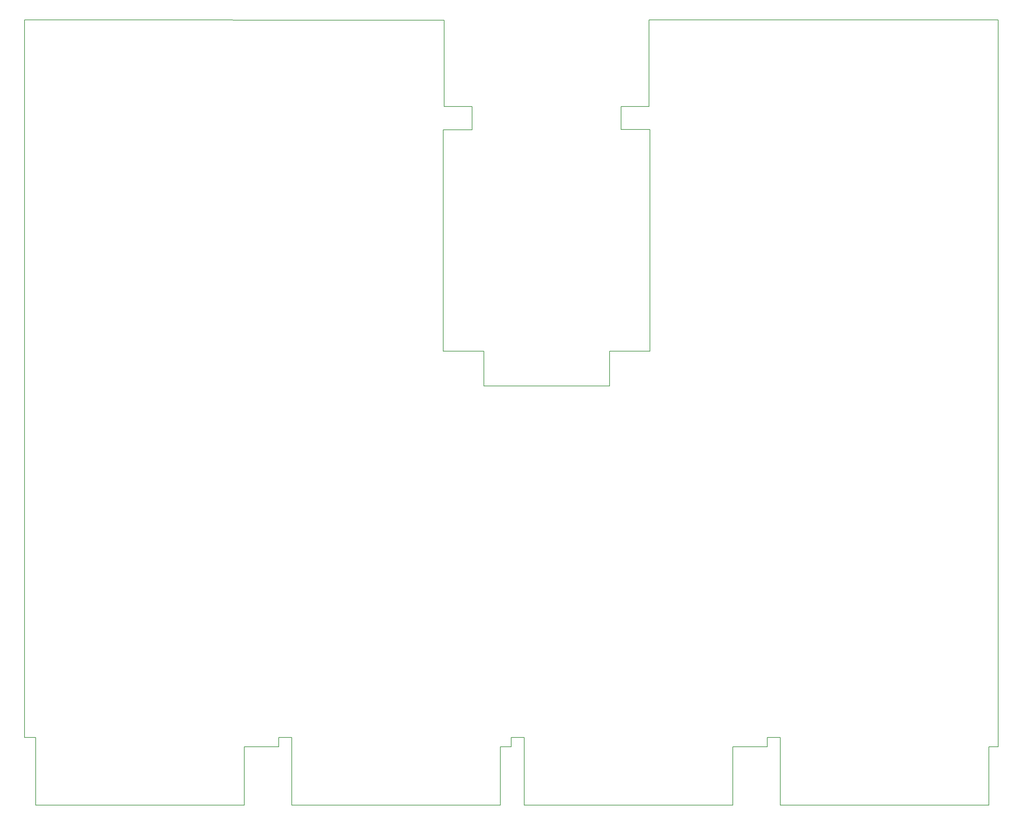
<source format=gbr>
G04 #@! TF.GenerationSoftware,KiCad,Pcbnew,(5.1.12)-1*
G04 #@! TF.CreationDate,2023-03-10T04:48:44+01:00*
G04 #@! TF.ProjectId,unibone,756e6962-6f6e-4652-9e6b-696361645f70,V1.0*
G04 #@! TF.SameCoordinates,Original*
G04 #@! TF.FileFunction,Profile,NP*
%FSLAX46Y46*%
G04 Gerber Fmt 4.6, Leading zero omitted, Abs format (unit mm)*
G04 Created by KiCad (PCBNEW (5.1.12)-1) date 2023-03-10 04:48:44*
%MOMM*%
%LPD*%
G01*
G04 APERTURE LIST*
G04 #@! TA.AperFunction,Profile*
%ADD10C,0.152400*%
G04 #@! TD*
G04 APERTURE END LIST*
D10*
X289560000Y-230505000D02*
X289560000Y-121158000D01*
X289560000Y-121158000D02*
X289560000Y-32258000D01*
X194550000Y-122600000D02*
X183515000Y-122600000D01*
X194550000Y-62200000D02*
X194550000Y-122600000D01*
X194550000Y-62200000D02*
X186690000Y-62200000D01*
X138133000Y-62230000D02*
X138150000Y-122600000D01*
X146050000Y-62230000D02*
X138133000Y-62230000D01*
X149200000Y-122600000D02*
X138150000Y-122600000D01*
X186690000Y-55880000D02*
X186690000Y-62200000D01*
X194310000Y-55880000D02*
X186690000Y-55880000D01*
X138430000Y-55880000D02*
X146050000Y-55880000D01*
X146050000Y-62230000D02*
X146050000Y-55880000D01*
X183515000Y-122600000D02*
X183515000Y-132080000D01*
X194310000Y-32258000D02*
X194310000Y-55880000D01*
X149200000Y-122600000D02*
X149225000Y-132080000D01*
X138430000Y-32385000D02*
X138430000Y-55880000D01*
X194310000Y-32258000D02*
X289560000Y-32258000D01*
X149225000Y-132080000D02*
X183515000Y-132080000D01*
X23952200Y-32258000D02*
X138430000Y-32385000D01*
X23952200Y-121158000D02*
X23952200Y-227965000D01*
X23952200Y-32258000D02*
X23952200Y-121158000D01*
X230124000Y-246380000D02*
X287020000Y-246380000D01*
X230124000Y-227965000D02*
X230124000Y-246380000D01*
X226568000Y-227965000D02*
X230124000Y-227965000D01*
X226568000Y-230505000D02*
X226568000Y-227965000D01*
X217170000Y-230505000D02*
X226568000Y-230505000D01*
X217170000Y-246380000D02*
X217170000Y-230505000D01*
X160274000Y-246380000D02*
X217170000Y-246380000D01*
X160274000Y-227965000D02*
X160274000Y-246380000D01*
X156718000Y-227965000D02*
X160274000Y-227965000D01*
X156718000Y-230505000D02*
X156718000Y-227965000D01*
X153720800Y-230505000D02*
X156718000Y-230505000D01*
X153720800Y-246380000D02*
X153720800Y-230505000D01*
X96824800Y-246380000D02*
X153720800Y-246380000D01*
X96824800Y-227965000D02*
X96824800Y-246380000D01*
X93268800Y-227965000D02*
X96824800Y-227965000D01*
X93268800Y-230505000D02*
X93268800Y-227965000D01*
X83896200Y-230505000D02*
X93268800Y-230505000D01*
X83896200Y-246380000D02*
X83896200Y-230505000D01*
X27000200Y-246380000D02*
X83896200Y-246380000D01*
X27000200Y-227965000D02*
X27000200Y-246380000D01*
X23952200Y-227965000D02*
X27000200Y-227965000D01*
X287020000Y-230505000D02*
X289560000Y-230505000D01*
X287020000Y-246380000D02*
X287020000Y-230505000D01*
M02*

</source>
